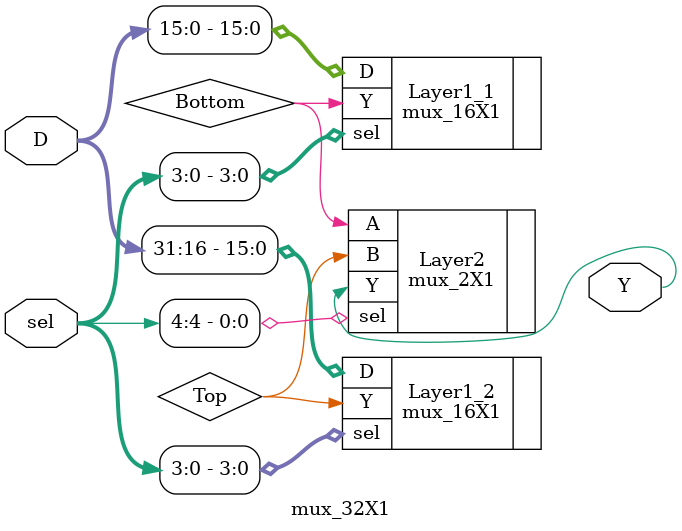
<source format=sv>
module mux_32X1(
		input  logic [4:0] sel,
		input  logic [31:0] D,
		output logic Y
);
wire logic Top, Bottom;
mux_16X1	 Layer1_1 (.sel(sel[3:0]), .D(D[15:0]),  .Y(Bottom));
mux_16X1	 Layer1_2 (.sel(sel[3:0]), .D(D[31:16]), .Y(Top));
mux_2X1		 Layer2   (.sel(sel[4]), .A(Bottom), .B(Top), .Y(Y));											
endmodule 


</source>
